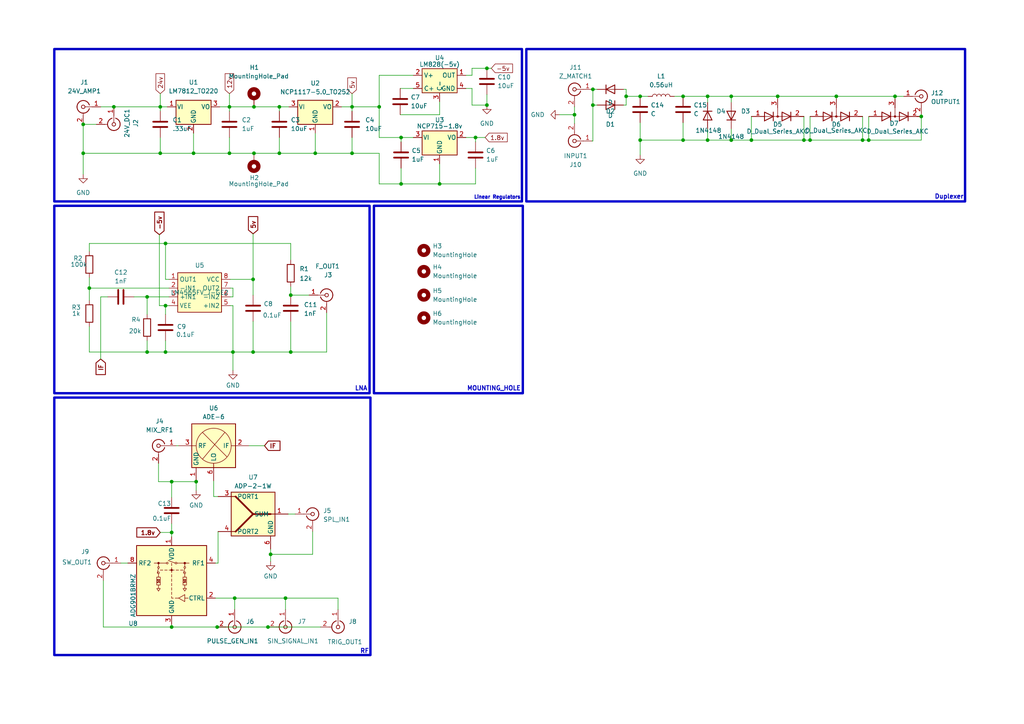
<source format=kicad_sch>
(kicad_sch (version 20230121) (generator eeschema)
  (paper "A4")
  (lib_symbols
    (symbol "Connector:Conn_Coaxial" (pin_names (offset 1.016) hide)
      (property "Reference" "J" (at 0.254 3.048 0))
      (property "Value" "Conn_Coaxial" (at 2.921 0 90))
      (symbol "Conn_Coaxial_0_1"
        (arc (start -1.778 -0.508) (mid 0.2311 -1.8066) (end 1.778 0) (stroke (width 0.254)))
        (polyline (pts (xy -2.54 0) (xy -0.508 0)))
        (polyline (pts (xy 0 -2.54) (xy 0 -1.778)))
        (circle (center 0 0) (radius 0.508) (stroke (width 0.2032)))
        (arc (start 1.778 0) (mid 0.2099 1.8101) (end -1.778 0.508) (stroke (width 0.254)))
      )
      (symbol "Conn_Coaxial_1_1"
        (pin passive line (at -5.08 0 0) (length 2.54) (name "In") (number "1"))
        (pin passive line (at 0 -5.08 90) (length 2.54) (name "Ext") (number "2"))
      )
    )
    (symbol "Device:C" (pin_numbers hide) (pin_names (offset 0.254))
      (property "Reference" "C" (at 0.635 2.54 0))
      (property "Value" "C" (at 0.635 -2.54 0))
      (symbol "C_0_1"
        (polyline (pts (xy -2.032 -0.762) (xy 2.032 -0.762)) (stroke (width 0.508)))
        (polyline (pts (xy -2.032 0.762) (xy 2.032 0.762)) (stroke (width 0.508)))
      )
      (symbol "C_1_1"
        (pin passive line (at 0 3.81 270) (length 2.794) (name "~") (number "1"))
        (pin passive line (at 0 -3.81 90) (length 2.794) (name "~") (number "2"))
      )
    )
    (symbol "Device:D" (pin_numbers hide) (pin_names (offset 1.016) hide)
      (property "Reference" "D" (at 0 2.54 0))
      (property "Value" "D" (at 0 -2.54 0))
      (symbol "D_0_1"
        (polyline (pts (xy -1.27 1.27) (xy -1.27 -1.27)) (stroke (width 0.254)))
        (polyline (pts (xy 1.27 0) (xy -1.27 0)))
        (polyline (pts (xy 1.27 1.27) (xy 1.27 -1.27) (xy -1.27 0) (xy 1.27 1.27)) (stroke (width 0.254)))
      )
      (symbol "D_1_1"
        (pin passive line (at -3.81 0 0) (length 2.54) (name "K") (number "1"))
        (pin passive line (at 3.81 0 180) (length 2.54) (name "A") (number "2"))
      )
    )
    (symbol "Device:D_Dual_Series_AKC" (pin_names (offset 0.762) hide)
      (property "Reference" "D" (at 1.27 -2.54 0))
      (property "Value" "D_Dual_Series_AKC" (at 0 2.54 0))
      (symbol "D_Dual_Series_AKC_0_1"
        (polyline (pts (xy -3.81 0) (xy 3.81 0)))
        (polyline (pts (xy 0 0) (xy 0 -2.54)))
        (polyline (pts (xy 6.35 0) (xy 7.62 0)))
        (polyline (pts (xy -1.27 -1.27) (xy -1.27 1.27) (xy -1.27 1.27)) (stroke (width 0.254)))
        (polyline (pts (xy 3.81 1.27) (xy 3.81 -1.27) (xy 3.81 -1.27)) (stroke (width 0.254)))
        (polyline (pts (xy -3.81 1.27) (xy -1.27 0) (xy -3.81 -1.27) (xy -3.81 1.27) (xy -3.81 1.27) (xy -3.81 1.27)) (stroke (width 0.254)))
        (polyline (pts (xy 1.27 1.27) (xy 3.81 0) (xy 1.27 -1.27) (xy 1.27 1.27) (xy 1.27 1.27) (xy 1.27 1.27)) (stroke (width 0.254)))
        (circle (center 0 0) (radius 0.254) (fill (type outline)))
        (pin passive line (at -7.62 0 0) (length 3.81) (name "A") (number "1"))
        (pin passive line (at 7.62 0 180) (length 3.81) (name "K") (number "2"))
        (pin passive line (at 0 -5.08 90) (length 2.54) (name "common") (number "3"))
      )
    )
    (symbol "Device:L" (pin_numbers hide) (pin_names (offset 1.016) hide)
      (property "Reference" "L" (at -1.27 0 90))
      (property "Value" "L" (at 1.905 0 90))
      (symbol "L_0_1"
        (arc (start 0 -2.54) (mid 0.6323 -1.905) (end 0 -1.27))
        (arc (start 0 -1.27) (mid 0.6323 -0.635) (end 0 0))
        (arc (start 0 0) (mid 0.6323 0.635) (end 0 1.27))
        (arc (start 0 1.27) (mid 0.6323 1.905) (end 0 2.54))
      )
      (symbol "L_1_1"
        (pin passive line (at 0 3.81 270) (length 1.27) (name "1") (number "1"))
        (pin passive line (at 0 -3.81 90) (length 1.27) (name "2") (number "2"))
      )
    )
    (symbol "Device:R" (pin_numbers hide) (pin_names (offset 0))
      (property "Reference" "R" (at 2.032 0 90))
      (property "Value" "R" (at 0 0 90))
      (symbol "R_0_1"
        (rectangle (start -1.016 -2.54) (end 1.016 2.54) (stroke (width 0.254)))
      )
      (symbol "R_1_1"
        (pin passive line (at 0 3.81 270) (length 1.27) (name "~") (number "1"))
        (pin passive line (at 0 -3.81 90) (length 1.27) (name "~") (number "2"))
      )
    )
    (symbol "Diode:1N4148" (pin_numbers hide) (pin_names hide)
      (property "Reference" "D" (at 0 2.54 0))
      (property "Value" "1N4148" (at 0 -2.54 0))
      (symbol "1N4148_0_1"
        (polyline (pts (xy -1.27 1.27) (xy -1.27 -1.27)) (stroke (width 0.254)))
        (polyline (pts (xy 1.27 0) (xy -1.27 0)))
        (polyline (pts (xy 1.27 1.27) (xy 1.27 -1.27) (xy -1.27 0) (xy 1.27 1.27)) (stroke (width 0.254)))
      )
      (symbol "1N4148_1_1"
        (pin passive line (at -3.81 0 0) (length 2.54) (name "K") (number "1"))
        (pin passive line (at 3.81 0 180) (length 2.54) (name "A") (number "2"))
      )
    )
    (symbol "Mechanical:MountingHole" (pin_names (offset 1.016))
      (property "Reference" "H" (at 0 5.08 0))
      (property "Value" "MountingHole" (at 0 3.175 0))
      (symbol "MountingHole_0_1"
        (circle (center 0 0) (radius 1.27) (stroke (width 1.27)))
      )
    )
    (symbol "Mechanical:MountingHole_Pad" (pin_numbers hide) (pin_names (offset 1.016) hide)
      (property "Reference" "H" (at 0 6.35 0))
      (property "Value" "MountingHole_Pad" (at 0 4.445 0))
      (symbol "MountingHole_Pad_0_1"
        (circle (center 0 1.27) (radius 1.27) (stroke (width 1.27)))
      )
      (symbol "MountingHole_Pad_1_1"
        (pin input line (at 0 -2.54 90) (length 2.54) (name "1") (number "1"))
      )
    )
    (symbol "NMR_symbols:LM4565FV_J-GE2"
      (property "Reference" "U" (at 0 7.62 0))
      (symbol "LM4565FV_J-GE2_1_1"
        (rectangle (start -6.35 5.715) (end 6.35 -5.715) (stroke (width 0.22)) (fill (type background)))
        (pin input line (at -8.89 3.81 0) (length 2.54) (name "OUT1") (number "1"))
        (pin input line (at -8.89 1.27 0) (length 2.54) (name "-IN1") (number "2"))
        (pin input line (at -8.89 -1.27 0) (length 2.54) (name "+IN1") (number "3"))
        (pin input line (at -8.89 -3.81 0) (length 2.54) (name "VEE") (number "4"))
        (pin input line (at 8.89 -3.81 180) (length 2.54) (name "+IN2") (number "5"))
        (pin input line (at 8.89 -1.27 180) (length 2.54) (name "-IN2") (number "6"))
        (pin input line (at 8.89 1.27 180) (length 2.54) (name "OUT2") (number "7"))
        (pin input line (at 8.89 3.81 180) (length 2.54) (name "VCC") (number "8"))
      )
    )
    (symbol "NMR_symbols:LM828"
      (property "Reference" "U" (at 0 3.175 0))
      (symbol "LM828_1_1"
        (rectangle (start -5.08 1.905) (end 5.08 -5.08) (stroke (width 0.22)) (fill (type background)))
        (pin input line (at 7.62 0 180) (length 2.54) (name "OUT") (number "1"))
        (pin input line (at -7.62 0 0) (length 2.54) (name "V+") (number "2"))
        (pin input line (at 0 -7.62 90) (length 2.54) (name "C-") (number "3"))
        (pin input line (at 7.62 -3.81 180) (length 2.54) (name "GND") (number "4"))
        (pin input line (at -7.62 -3.81 0) (length 2.54) (name "C+") (number "5"))
      )
    )
    (symbol "RF:ADP-2-1W"
      (property "Reference" "U" (at -6.35 7.62 0))
      (property "Value" "ADP-2-1W" (at 6.35 7.62 0))
      (symbol "ADP-2-1W_0_1"
        (rectangle (start -6.35 6.35) (end 6.35 -6.35) (stroke (width 0.254)) (fill (type background)))
        (polyline (pts (xy 0 0) (xy 5.08 -5.08)) (stroke (width 0.508)))
        (polyline (pts (xy -5.08 0) (xy 0 0) (xy 5.08 5.08)) (stroke (width 0.508)))
      )
      (symbol "ADP-2-1W_1_1"
        (pin passive line (at -10.16 0 0) (length 5.08) (name "SUM") (number "1"))
        (pin no_connect line (at 5.08 2.54 180) (length 5.08) hide (name "NC") (number "2"))
        (pin passive line (at 10.16 5.08 180) (length 5.08) (name "PORT1") (number "3"))
        (pin passive line (at 10.16 -5.08 180) (length 5.08) (name "PORT2") (number "4"))
        (pin no_connect line (at 5.08 -2.54 180) (length 5.08) hide (name "NC") (number "5"))
        (pin passive line (at -5.08 -10.16 90) (length 3.81) (name "GND") (number "6"))
      )
    )
    (symbol "RF_Mixer:ADE-6"
      (property "Reference" "U" (at -6.35 7.62 0))
      (property "Value" "ADE-6" (at 6.35 7.62 0))
      (symbol "ADE-6_0_1"
        (rectangle (start -6.35 6.35) (end 6.35 -6.35) (stroke (width 0.254)) (fill (type background)))
        (polyline (pts (xy -3.175 -3.81) (xy 3.175 3.81)))
        (polyline (pts (xy 3.81 -3.175) (xy -3.175 3.81)))
        (circle (center 0 0) (radius 5.08))
      )
      (symbol "ADE-6_1_1"
        (pin power_in line (at -5.08 -10.16 90) (length 3.81) (name "GND") (number "1"))
        (pin output line (at 10.16 0 180) (length 5.08) (name "IF") (number "2"))
        (pin input line (at -10.16 0 0) (length 5.08) (name "RF") (number "3"))
        (pin passive line (at -5.08 -10.16 90) (length 3.81) hide (name "GND") (number "4"))
        (pin passive line (at -5.08 -10.16 90) (length 3.81) hide (name "GND") (number "5"))
        (pin input line (at 0 -10.16 90) (length 5.08) (name "LO") (number "6"))
      )
    )
    (symbol "RF_Switch:ADG901BRMZ"
      (property "Reference" "U" (at -10.16 11.43 0))
      (property "Value" "ADG901BRMZ" (at 1.27 11.43 0))
      (symbol "ADG901BRMZ_0_0"
        (rectangle (start -10.16 10.16) (end 10.16 -10.16) (stroke (width 0.254)) (fill (type background)))
        (polyline (pts (xy -4.826 -5.08) (xy -3.81 -5.08)))
        (polyline (pts (xy -2.54 3.048) (xy -3.302 3.048)))
        (polyline (pts (xy -2.032 3.048) (xy -1.27 3.048)))
        (polyline (pts (xy -1.016 -5.08) (xy -2.032 -5.08)))
        (polyline (pts (xy 0 -3.302) (xy 0 -4.064)))
        (polyline (pts (xy 0 -2.032) (xy 0 -2.794)))
        (polyline (pts (xy 0 -0.762) (xy 0 -1.524)))
        (polyline (pts (xy 0 0.508) (xy 0 -0.254)))
        (polyline (pts (xy 0 1.778) (xy 0 1.016)))
        (polyline (pts (xy 0 3.048) (xy -0.762 3.048)))
        (polyline (pts (xy 0 3.048) (xy 0 2.286)))
        (polyline (pts (xy 0 3.048) (xy 0 3.81)))
        (polyline (pts (xy 0 3.048) (xy 0.762 3.048)))
        (polyline (pts (xy 0 4.318) (xy 0 5.08)))
        (polyline (pts (xy 1.27 3.048) (xy 2.032 3.048)))
        (polyline (pts (xy 2.54 3.048) (xy 3.302 3.048)))
        (polyline (pts (xy 0 -4.572) (xy 0 -5.08) (xy -0.508 -5.08)))
        (polyline (pts (xy -3.81 -4.064) (xy -3.81 -6.096) (xy -2.032 -5.08) (xy -3.81 -4.064)))
        (circle (center 0 3.048) (radius 0.254) (fill (type outline)))
        (text "50" (at -3.81 -0.127 900) (effects (font (size 0.635 0.635))))
        (text "50" (at 3.81 -0.127 900) (effects (font (size 0.635 0.635))))
      )
      (symbol "ADG901BRMZ_0_1"
        (rectangle (start -4.318 1.016) (end -3.302 -1.27))
        (circle (center -3.81 2.286) (radius 0.254))
        (circle (center -3.81 3.81) (radius 0.254))
        (circle (center -3.81 5.08) (radius 0.254) (fill (type outline)))
        (circle (center -1.27 5.08) (radius 0.254))
        (polyline (pts (xy -5.08 5.08) (xy -1.524 5.08)))
        (polyline (pts (xy -3.81 2.032) (xy -3.81 1.016)))
        (polyline (pts (xy -3.81 3.556) (xy -3.429 2.159)))
        (polyline (pts (xy -3.81 5.08) (xy -3.81 4.064)))
        (polyline (pts (xy -1.016 5.08) (xy 1.016 5.842)))
        (polyline (pts (xy 1.524 5.08) (xy 5.08 5.08)))
        (polyline (pts (xy 3.81 2.032) (xy 3.81 1.016)))
        (polyline (pts (xy 3.81 3.556) (xy 4.191 2.159)))
        (polyline (pts (xy 3.81 5.08) (xy 3.81 4.064)))
        (polyline (pts (xy -3.81 -1.27) (xy -3.81 -2.286) (xy -4.318 -2.286) (xy -3.81 -3.048) (xy -3.302 -2.286) (xy -3.81 -2.286)))
        (polyline (pts (xy 3.81 -1.27) (xy 3.81 -2.286) (xy 3.302 -2.286) (xy 3.81 -3.048) (xy 4.318 -2.286) (xy 3.81 -2.286)))
        (circle (center 1.27 5.08) (radius 0.254))
        (rectangle (start 3.302 1.016) (end 4.318 -1.27))
        (circle (center 3.81 2.286) (radius 0.254))
        (circle (center 3.81 3.81) (radius 0.254))
        (circle (center 3.81 5.08) (radius 0.254) (fill (type outline)))
      )
      (symbol "ADG901BRMZ_1_1"
        (pin power_in line (at 0 12.7 270) (length 2.54) (name "VDD") (number "1"))
        (pin input line (at -12.7 -5.08 0) (length 2.54) (name "CTRL") (number "2"))
        (pin power_in line (at 0 -12.7 90) (length 2.54) (name "GND") (number "3"))
        (pin passive line (at -12.7 5.08 0) (length 2.54) (name "RF1") (number "4"))
        (pin passive line (at 0 -12.7 90) (length 2.54) hide (name "GND") (number "5"))
        (pin passive line (at 0 -12.7 90) (length 2.54) hide (name "GND") (number "6"))
        (pin passive line (at 0 -12.7 90) (length 2.54) hide (name "GND") (number "7"))
        (pin passive line (at 12.7 5.08 180) (length 2.54) (name "RF2") (number "8"))
      )
    )
    (symbol "Regulator_Linear:LM7812_TO220" (pin_names (offset 0.254))
      (property "Reference" "U" (at -3.81 3.175 0))
      (property "Value" "LM7812_TO220" (at 0 3.175 0))
      (symbol "LM7812_TO220_0_1"
        (rectangle (start -5.08 1.905) (end 5.08 -5.08) (stroke (width 0.254)) (fill (type background)))
      )
      (symbol "LM7812_TO220_1_1"
        (pin power_in line (at -7.62 0 0) (length 2.54) (name "VI") (number "1"))
        (pin power_in line (at 0 -7.62 90) (length 2.54) (name "GND") (number "2"))
        (pin power_out line (at 7.62 0 180) (length 2.54) (name "VO") (number "3"))
      )
    )
    (symbol "Regulator_Linear:NCP1117-5.0_TO252" (pin_names (offset 0.254))
      (property "Reference" "U" (at -3.81 3.175 0))
      (property "Value" "NCP1117-5.0_TO252" (at 0 3.175 0))
      (symbol "NCP1117-5.0_TO252_0_1"
        (rectangle (start -5.08 1.905) (end 5.08 -5.08) (stroke (width 0.254)) (fill (type background)))
      )
      (symbol "NCP1117-5.0_TO252_1_1"
        (pin power_in line (at 0 -7.62 90) (length 2.54) (name "GND") (number "1"))
        (pin power_out line (at 7.62 0 180) (length 2.54) (name "VO") (number "2"))
        (pin power_in line (at -7.62 0 0) (length 2.54) (name "VI") (number "3"))
      )
    )
    (symbol "power:GND" (power) (pin_names (offset 0))
      (property "Value" "GND" (at 0 -3.81 0))
      (symbol "GND_0_1"
        (polyline (pts (xy 0 0) (xy 0 -1.27) (xy 1.27 -1.27) (xy 0 -2.54) (xy -1.27 -1.27) (xy 0 -1.27)))
      )
      (symbol "GND_1_1"
        (pin power_in line (at 0 0 270) (length 0) hide (name "GND") (number "1"))
      )
    )
  )
  (junction (at 33.02 30.988))
  (junction (at 141.224 30.48))
  (junction (at 24.13 44.45))
  (junction (at 102.108 30.988))
  (junction (at 56.896 139.7))
  (junction (at 67.564 102.108))
  (junction (at 242.57 27.94))
  (junction (at 91.44 44.45))
  (junction (at 102.108 44.45))
  (junction (at 137.922 39.878))
  (junction (at 185.674 27.94))
  (junction (at 166.624 33.274))
  (junction (at 46.482 30.988))
  (junction (at 49.784 154.432))
  (junction (at 24.13 36.068))
  (junction (at 251.968 40.64))
  (junction (at 42.672 102.108))
  (junction (at 25.908 83.566))
  (junction (at 46.482 44.45))
  (junction (at 49.784 139.7))
  (junction (at 212.09 27.94))
  (junction (at 48.006 88.646))
  (junction (at 267.208 33.782))
  (junction (at 116.332 39.878))
  (junction (at 185.674 40.64))
  (junction (at 84.328 102.108))
  (junction (at 78.486 160.782))
  (junction (at 212.09 40.64))
  (junction (at 66.548 30.988))
  (junction (at 259.588 27.94))
  (junction (at 205.232 40.64))
  (junction (at 198.12 40.64))
  (junction (at 48.006 70.612))
  (junction (at 48.006 102.108))
  (junction (at 198.12 27.94))
  (junction (at 250.19 40.64))
  (junction (at 62.992 181.864))
  (junction (at 233.172 40.64))
  (junction (at 141.224 19.812))
  (junction (at 217.932 40.64))
  (junction (at 127.508 53.34))
  (junction (at 82.804 173.482))
  (junction (at 181.61 27.94))
  (junction (at 77.724 181.864))
  (junction (at 225.552 27.94))
  (junction (at 205.232 27.94))
  (junction (at 81.026 30.988))
  (junction (at 171.958 30.48))
  (junction (at 68.072 173.482))
  (junction (at 42.672 86.106))
  (junction (at 116.332 53.34))
  (junction (at 66.548 44.45))
  (junction (at 84.328 85.598))
  (junction (at 109.982 30.988))
  (junction (at 171.958 25.908))
  (junction (at 73.66 44.45))
  (junction (at 56.134 44.45))
  (junction (at 81.026 44.45))
  (junction (at 73.406 102.108))
  (junction (at 234.95 40.64))
  (junction (at 49.784 181.864))
  (junction (at 73.66 30.988))
  (junction (at 73.406 81.026))
  (wire (pts (xy 66.548 27.178) (xy 66.548 30.988)))
  (wire (pts (xy 234.95 33.782) (xy 234.95 40.64)))
  (wire (pts (xy 29.972 181.864) (xy 49.784 181.864)))
  (wire (pts (xy 225.552 27.94) (xy 225.552 28.702)))
  (wire (pts (xy 61.976 144.018) (xy 63.246 144.018)))
  (wire (pts (xy 25.908 83.566) (xy 25.908 87.122)))
  (wire (pts (xy 31.242 86.106) (xy 29.21 86.106)))
  (wire (pts (xy 72.136 129.286) (xy 76.708 129.286)))
  (wire (pts (xy 137.922 39.878) (xy 137.922 41.148)))
  (wire (pts (xy 81.026 44.45) (xy 73.66 44.45)))
  (wire (pts (xy 25.908 102.108) (xy 42.672 102.108)))
  (wire (pts (xy 33.02 30.988) (xy 46.482 30.988)))
  (wire (pts (xy 109.982 53.34) (xy 116.332 53.34)))
  (wire (pts (xy 67.564 107.442) (xy 67.564 102.108)))
  (wire (pts (xy 73.406 85.598) (xy 73.406 81.026)))
  (wire (pts (xy 38.862 86.106) (xy 42.672 86.106)))
  (wire (pts (xy 195.58 27.94) (xy 198.12 27.94)))
  (wire (pts (xy 46.482 30.988) (xy 46.482 32.258)))
  (wire (pts (xy 233.172 33.782) (xy 233.172 40.64)))
  (wire (pts (xy 56.896 139.446) (xy 56.896 139.7)))
  (wire (pts (xy 181.61 27.94) (xy 181.61 25.908)))
  (wire (pts (xy 116.332 53.34) (xy 127.508 53.34)))
  (wire (pts (xy 66.548 44.45) (xy 73.66 44.45)))
  (wire (pts (xy 198.12 40.64) (xy 205.232 40.64)))
  (wire (pts (xy 81.026 30.988) (xy 81.026 32.258)))
  (wire (pts (xy 135.128 39.878) (xy 137.922 39.878)))
  (wire (pts (xy 24.13 36.068) (xy 24.13 44.45)))
  (wire (pts (xy 73.66 30.988) (xy 81.026 30.988)))
  (wire (pts (xy 82.804 176.784) (xy 82.804 173.482)))
  (wire (pts (xy 171.958 30.48) (xy 173.228 30.48)))
  (wire (pts (xy 63.754 30.988) (xy 66.548 30.988)))
  (wire (pts (xy 84.328 83.058) (xy 84.328 85.598)))
  (wire (pts (xy 102.108 30.988) (xy 109.982 30.988)))
  (wire (pts (xy 171.704 40.894) (xy 171.958 40.894)))
  (wire (pts (xy 181.61 30.48) (xy 181.61 27.94)))
  (wire (pts (xy 29.972 168.402) (xy 29.972 181.864)))
  (wire (pts (xy 90.678 160.782) (xy 78.486 160.782)))
  (wire (pts (xy 35.052 163.322) (xy 37.084 163.322)))
  (wire (pts (xy 205.232 27.94) (xy 212.09 27.94)))
  (wire (pts (xy 25.908 72.898) (xy 25.908 70.612)))
  (wire (pts (xy 83.566 149.098) (xy 85.598 149.098)))
  (wire (pts (xy 62.992 181.864) (xy 77.724 181.864)))
  (wire (pts (xy 90.678 154.178) (xy 90.678 160.782)))
  (wire (pts (xy 116.078 33.274) (xy 127.508 33.274)))
  (wire (pts (xy 102.108 44.45) (xy 91.44 44.45)))
  (wire (pts (xy 217.932 33.782) (xy 217.932 40.64)))
  (wire (pts (xy 242.57 27.94) (xy 259.588 27.94)))
  (wire (pts (xy 48.006 88.646) (xy 48.006 91.186)))
  (wire (pts (xy 25.908 94.742) (xy 25.908 102.108)))
  (wire (pts (xy 29.21 86.106) (xy 29.21 104.14)))
  (wire (pts (xy 136.906 21.844) (xy 136.906 19.812)))
  (wire (pts (xy 109.982 21.844) (xy 109.982 30.988)))
  (wire (pts (xy 62.484 163.322) (xy 63.246 163.322)))
  (wire (pts (xy 205.232 37.338) (xy 205.232 40.64)))
  (wire (pts (xy 171.958 40.894) (xy 171.958 30.48)))
  (wire (pts (xy 25.908 80.518) (xy 25.908 83.566)))
  (wire (pts (xy 185.674 40.64) (xy 198.12 40.64)))
  (wire (pts (xy 136.906 19.812) (xy 141.224 19.812)))
  (wire (pts (xy 102.108 27.178) (xy 102.108 30.988)))
  (wire (pts (xy 77.724 181.864) (xy 92.964 181.864)))
  (wire (pts (xy 251.968 33.782) (xy 251.968 40.64)))
  (wire (pts (xy 45.974 134.366) (xy 45.974 139.7)))
  (wire (pts (xy 91.44 44.45) (xy 81.026 44.45)))
  (wire (pts (xy 259.588 27.94) (xy 259.588 28.702)))
  (wire (pts (xy 234.95 40.64) (xy 250.19 40.64)))
  (wire (pts (xy 27.94 36.068) (xy 24.13 36.068)))
  (wire (pts (xy 185.674 35.56) (xy 185.674 40.64)))
  (wire (pts (xy 171.704 25.908) (xy 171.958 25.908)))
  (wire (pts (xy 84.328 85.598) (xy 89.662 85.598)))
  (wire (pts (xy 135.128 21.844) (xy 136.906 21.844)))
  (wire (pts (xy 205.232 40.64) (xy 212.09 40.64)))
  (wire (pts (xy 250.19 33.782) (xy 250.19 40.64)))
  (wire (pts (xy 56.896 139.7) (xy 56.896 142.24)))
  (wire (pts (xy 81.026 30.988) (xy 83.82 30.988)))
  (wire (pts (xy 61.976 139.446) (xy 61.976 144.018)))
  (wire (pts (xy 49.784 151.892) (xy 49.784 154.432)))
  (wire (pts (xy 33.02 30.988) (xy 29.21 30.988)))
  (wire (pts (xy 45.974 139.7) (xy 49.784 139.7)))
  (wire (pts (xy 73.406 67.818) (xy 73.406 81.026)))
  (wire (pts (xy 66.548 30.988) (xy 73.66 30.988)))
  (wire (pts (xy 48.006 88.646) (xy 49.022 88.646)))
  (wire (pts (xy 25.908 83.566) (xy 49.022 83.566)))
  (wire (pts (xy 78.486 160.782) (xy 78.486 162.814)))
  (wire (pts (xy 185.674 40.64) (xy 185.674 44.958)))
  (wire (pts (xy 66.548 44.45) (xy 56.134 44.45)))
  (wire (pts (xy 42.672 98.806) (xy 42.672 102.108)))
  (wire (pts (xy 49.784 181.864) (xy 62.992 181.864)))
  (wire (pts (xy 42.672 102.108) (xy 48.006 102.108)))
  (wire (pts (xy 49.784 181.102) (xy 49.784 181.864)))
  (wire (pts (xy 102.108 30.988) (xy 102.108 32.258)))
  (wire (pts (xy 180.848 25.908) (xy 181.61 25.908)))
  (wire (pts (xy 116.078 25.654) (xy 119.888 25.654)))
  (wire (pts (xy 185.674 27.94) (xy 187.96 27.94)))
  (wire (pts (xy 212.09 29.718) (xy 212.09 27.94)))
  (wire (pts (xy 63.246 163.322) (xy 63.246 154.178)))
  (wire (pts (xy 24.13 44.45) (xy 24.13 50.546)))
  (wire (pts (xy 66.802 81.026) (xy 73.406 81.026)))
  (wire (pts (xy 56.134 38.608) (xy 56.134 44.45)))
  (wire (pts (xy 51.054 129.286) (xy 51.816 129.286)))
  (wire (pts (xy 212.09 27.94) (xy 225.552 27.94)))
  (wire (pts (xy 137.922 53.34) (xy 127.508 53.34)))
  (wire (pts (xy 46.482 27.178) (xy 46.482 30.988)))
  (wire (pts (xy 73.406 102.108) (xy 84.328 102.108)))
  (wire (pts (xy 78.486 159.258) (xy 78.486 160.782)))
  (wire (pts (xy 42.672 86.106) (xy 42.672 91.186)))
  (wire (pts (xy 48.006 102.108) (xy 67.564 102.108)))
  (wire (pts (xy 137.922 39.878) (xy 140.716 39.878)))
  (wire (pts (xy 46.482 30.988) (xy 48.514 30.988)))
  (wire (pts (xy 98.044 173.482) (xy 82.804 173.482)))
  (wire (pts (xy 48.006 81.026) (xy 48.006 70.612)))
  (wire (pts (xy 49.784 139.7) (xy 49.784 144.272)))
  (wire (pts (xy 141.224 19.812) (xy 142.494 19.812)))
  (wire (pts (xy 212.09 37.338) (xy 212.09 40.64)))
  (wire (pts (xy 24.13 44.45) (xy 46.482 44.45)))
  (wire (pts (xy 198.12 27.94) (xy 205.232 27.94)))
  (wire (pts (xy 137.922 48.768) (xy 137.922 53.34)))
  (wire (pts (xy 171.958 30.48) (xy 171.958 25.908)))
  (wire (pts (xy 46.482 39.878) (xy 46.482 44.45)))
  (wire (pts (xy 198.12 35.56) (xy 198.12 40.64)))
  (wire (pts (xy 67.564 86.106) (xy 66.802 86.106)))
  (wire (pts (xy 217.932 40.64) (xy 233.172 40.64)))
  (wire (pts (xy 233.172 40.64) (xy 234.95 40.64)))
  (wire (pts (xy 136.906 30.48) (xy 141.224 30.48)))
  (wire (pts (xy 116.332 39.878) (xy 116.332 41.148)))
  (wire (pts (xy 267.208 33.02) (xy 267.208 33.782)))
  (wire (pts (xy 212.09 40.64) (xy 217.932 40.64)))
  (wire (pts (xy 48.006 70.612) (xy 84.328 70.612)))
  (wire (pts (xy 116.332 39.878) (xy 119.888 39.878)))
  (wire (pts (xy 91.44 38.608) (xy 91.44 44.45)))
  (wire (pts (xy 49.784 154.432) (xy 49.784 155.702)))
  (wire (pts (xy 109.982 39.878) (xy 116.332 39.878)))
  (wire (pts (xy 136.906 25.654) (xy 136.906 30.48)))
  (wire (pts (xy 135.128 25.654) (xy 136.906 25.654)))
  (wire (pts (xy 25.908 70.612) (xy 48.006 70.612)))
  (wire (pts (xy 98.044 176.784) (xy 98.044 173.482)))
  (wire (pts (xy 42.672 86.106) (xy 49.022 86.106)))
  (wire (pts (xy 84.328 93.218) (xy 84.328 102.108)))
  (wire (pts (xy 66.548 30.988) (xy 66.548 32.258)))
  (wire (pts (xy 109.982 30.988) (xy 109.982 39.878)))
  (wire (pts (xy 84.328 102.108) (xy 94.742 102.108)))
  (wire (pts (xy 116.332 48.768) (xy 116.332 53.34)))
  (wire (pts (xy 242.57 27.94) (xy 242.57 28.702)))
  (wire (pts (xy 205.232 29.718) (xy 205.232 27.94)))
  (wire (pts (xy 84.328 70.612) (xy 84.328 75.438)))
  (wire (pts (xy 46.228 88.646) (xy 48.006 88.646)))
  (wire (pts (xy 81.026 39.878) (xy 81.026 44.45)))
  (wire (pts (xy 68.072 173.482) (xy 68.072 176.784)))
  (wire (pts (xy 49.784 139.7) (xy 56.896 139.7)))
  (wire (pts (xy 46.228 68.072) (xy 46.228 88.646)))
  (wire (pts (xy 267.208 33.782) (xy 267.208 40.64)))
  (wire (pts (xy 251.968 40.64) (xy 267.208 40.64)))
  (wire (pts (xy 141.224 27.432) (xy 141.224 30.48)))
  (wire (pts (xy 225.552 27.94) (xy 242.57 27.94)))
  (wire (pts (xy 166.624 33.274) (xy 166.624 35.814)))
  (wire (pts (xy 73.406 93.218) (xy 73.406 102.108)))
  (wire (pts (xy 66.802 88.646) (xy 67.564 88.646)))
  (wire (pts (xy 171.958 25.908) (xy 173.228 25.908)))
  (wire (pts (xy 66.548 39.878) (xy 66.548 44.45)))
  (wire (pts (xy 180.848 30.48) (xy 181.61 30.48)))
  (wire (pts (xy 46.482 44.45) (xy 56.134 44.45)))
  (wire (pts (xy 82.804 173.482) (xy 68.072 173.482)))
  (wire (pts (xy 259.588 27.94) (xy 262.128 27.94)))
  (wire (pts (xy 166.624 30.988) (xy 166.624 33.274)))
  (wire (pts (xy 66.802 83.566) (xy 67.564 83.566)))
  (wire (pts (xy 99.06 30.988) (xy 102.108 30.988)))
  (wire (pts (xy 67.564 88.646) (xy 67.564 102.108)))
  (wire (pts (xy 250.19 40.64) (xy 251.968 40.64)))
  (wire (pts (xy 109.982 44.45) (xy 109.982 53.34)))
  (wire (pts (xy 102.108 44.45) (xy 109.982 44.45)))
  (wire (pts (xy 181.61 27.94) (xy 185.674 27.94)))
  (wire (pts (xy 109.982 21.844) (xy 119.888 21.844)))
  (wire (pts (xy 67.564 83.566) (xy 67.564 86.106)))
  (wire (pts (xy 46.482 154.432) (xy 49.784 154.432)))
  (wire (pts (xy 102.108 39.878) (xy 102.108 44.45)))
  (wire (pts (xy 73.406 102.108) (xy 67.564 102.108)))
  (wire (pts (xy 94.742 90.678) (xy 94.742 102.108)))
  (wire (pts (xy 127.508 33.274) (xy 127.508 29.464)))
  (wire (pts (xy 49.022 81.026) (xy 48.006 81.026)))
  (wire (pts (xy 48.006 98.806) (xy 48.006 102.108)))
  (wire (pts (xy 62.484 173.482) (xy 68.072 173.482)))
  (wire (pts (xy 162.306 33.274) (xy 166.624 33.274)))
  (wire (pts (xy 127.508 47.498) (xy 127.508 53.34)))
  (rectangle (start 15.748 115.316) (end 107.442 189.992) (stroke (width 0.6899)))
  (rectangle (start 15.748 59.69) (end 107.188 114.046) (stroke (width 0.6899)))
  (rectangle (start 15.748 14.224) (end 151.384 58.42) (stroke (width 0.6899)))
  (rectangle (start 108.458 59.69) (end 151.638 114.046) (stroke (width 0.6899)))
  (rectangle (start 152.654 14.224) (end 279.908 58.42) (stroke (width 0.6899)))
  (text "RF" (at 104.394 189.738 0) (effects (font (size 1.27 1.27) bold) (justify left bottom)))
  (text "Linear Regulators" (at 137.414 57.912 0) (effects (font (size 1 1) (thickness 0.254) bold) (justify left bottom)))
  (text "MOUNTING_HOLE" (at 135.382 113.538 0) (effects (font (size 1.27 1.27) (thickness 0.254) bold) (justify left bottom)))
  (text "Duplexer" (at 271.018 57.912 0) (effects (font (size 1.27 1.27) bold) (justify left bottom)))
  (text "LNA" (at 102.87 113.538 0) (effects (font (size 1.27 1.27) (thickness 0.254) bold) (justify left bottom)))
  (global_label "24v" (shape input) (at 46.482 27.178 90) (property "Intersheetrefs" "${INTERSHEET_REFS}" (effects hide)))
  (global_label "IF" (shape input) (at 29.21 104.14 270) (effects (font bold)) (property "Intersheetrefs" "${INTERSHEET_REFS}" (effects hide)))
  (global_label "12v" (shape input) (at 66.548 27.178 90) (property "Intersheetrefs" "${INTERSHEET_REFS}" (effects hide)))
  (global_label "-5v" (shape input) (at 46.228 68.072 90) (effects (font bold)) (property "Intersheetrefs" "${INTERSHEET_REFS}" (effects hide)))
  (global_label "5v" (shape input) (at 102.108 27.178 90) (property "Intersheetrefs" "${INTERSHEET_REFS}" (effects hide)))
  (global_label "IF" (shape input) (at 76.708 129.286 0) (effects (font bold)) (property "Intersheetrefs" "${INTERSHEET_REFS}" (effects hide)))
  (global_label "1.8v" (shape input) (at 140.716 39.878 0) (property "Intersheetrefs" "${INTERSHEET_REFS}" (effects hide)))
  (global_label "5v" (shape input) (at 73.406 67.818 90) (effects (font bold)) (property "Intersheetrefs" "${INTERSHEET_REFS}" (effects hide)))
  (global_label "-5v" (shape input) (at 142.494 19.812 0) (property "Intersheetrefs" "${INTERSHEET_REFS}" (effects hide)))
  (global_label "1.8v" (shape input) (at 46.482 154.432 180) (effects (font bold)) (property "Intersheetrefs" "${INTERSHEET_REFS}" (effects hide)))
  (symbol (lib_id "Device:D_Dual_Series_AKC") (at 225.552 33.782 0) (mirror x) (unit 1)
    (property "Reference" "D5" (at 225.552 36.068 0))
    (property "Value" "D_Dual_Series_AKC" (at 225.552 38.1 0))
    (property "Footprint" "Package_TO_SOT_SMD:TSOT-23_HandSoldering" (effects hide))
  )
  (symbol (lib_id "Device:D") (at 177.038 25.908 0) (unit 1)
    (property "Reference" "D2" (at 177.038 32.258 0))
    (property "Value" "D" (at 177.038 29.718 0))
    (property "Footprint" "Diode_THT:D_DO-35_SOD27_P7.62mm_Horizontal" (effects hide))
    (property "Sim.Device" "D" (effects hide))
    (property "Sim.Pins" "1=K 2=A" (effects hide))
  )
  (symbol (lib_id "Device:C") (at 46.482 36.068 0) (unit 1)
    (property "Reference" "C1" (at 50.038 34.798 0) (effects (justify left)))
    (property "Value" ".33uF" (at 50.038 37.338 0) (effects (justify left)))
    (property "Footprint" "Capacitor_SMD:C_1206_3216Metric" (effects hide))
  )
  (symbol (lib_id "Mechanical:MountingHole") (at 122.936 92.202 0) (unit 1)
    (property "Reference" "H6" (at 125.476 90.932 0) (effects (justify left)))
    (property "Value" "MountingHole" (at 125.476 93.472 0) (effects (justify left)))
    (property "Footprint" "MountingHole:MountingHole_3.2mm_M3" (effects hide))
  )
  (symbol (lib_id "Device:C") (at 48.006 94.996 0) (unit 1)
    (property "Reference" "C9" (at 51.308 94.742 0) (effects (justify left)))
    (property "Value" "0.1uF" (at 51.054 97.028 0) (effects (justify left)))
    (property "Footprint" "Capacitor_SMD:C_1206_3216Metric" (effects hide))
  )
  (symbol (lib_id "Mechanical:MountingHole") (at 122.936 72.644 0) (unit 1)
    (property "Reference" "H3" (at 125.476 71.374 0) (effects (justify left)))
    (property "Value" "MountingHole" (at 125.476 73.914 0) (effects (justify left)))
    (property "Footprint" "MountingHole:MountingHole_3.2mm_M3" (effects hide))
  )
  (symbol (lib_id "Connector:Conn_Coaxial") (at 33.02 36.068 270) (unit 1)
    (property "Reference" "J2" (at 39.37 35.7506 0))
    (property "Value" "24V_DC1" (at 36.83 35.7506 0))
    (property "Footprint" "Connector_Coaxial:SMA_Samtec_SMA-J-P-X-ST-EM1_EdgeMount" (effects hide))
    (property "Datasheet" " ~" (effects hide))
  )
  (symbol (lib_id "Regulator_Linear:NCP1117-5.0_TO252") (at 127.508 39.878 0) (unit 1)
    (property "Reference" "U3" (at 127.508 34.798 0))
    (property "Value" "NCP715-1.8v" (at 127.508 36.576 0))
    (property "Footprint" "Package_TO_SOT_SMD:SOT-353_SC-70-5" (effects hide))
    (property "Datasheet" "https://www.mouser.com/datasheet/2/308/1/NCP715_D-2317162.pdf" (effects hide))
  )
  (symbol (lib_id "RF_Switch:ADG901BRMZ") (at 49.784 168.402 0) (mirror y) (unit 1)
    (property "Reference" "U8" (at 38.608 180.848 0))
    (property "Value" "ADG901BRMZ" (at 38.608 172.72 90))
    (property "Footprint" "Package_SO:MSOP-8_3x3mm_P0.65mm" (effects hide))
    (property "Datasheet" "https://www.analog.com/media/en/technical-documentation/data-sheets/ADG901_902.pdf" (effects hide))
  )
  (symbol (lib_id "Device:C") (at 84.328 89.408 0) (unit 1)
    (property "Reference" "C11" (at 88.138 88.392 0) (effects (justify left)))
    (property "Value" "1nF" (at 88.138 90.932 0) (effects (justify left)))
    (property "Footprint" "Capacitor_SMD:C_1206_3216Metric" (effects hide))
  )
  (symbol (lib_id "Device:R") (at 42.672 94.996 0) (unit 1)
    (property "Reference" "R4" (at 38.1 92.71 0) (effects (justify left)))
    (property "Value" "20k" (at 37.338 96.012 0) (effects (justify left)))
    (property "Footprint" "Resistor_SMD:R_1206_3216Metric" (effects hide))
  )
  (symbol (lib_id "Diode:1N4148") (at 205.232 33.528 270) (unit 1)
    (property "Reference" "D4" (at 207.772 32.258 90) (effects (justify left)))
    (property "Value" "1N4148" (at 201.676 37.846 90) (effects (justify left)))
    (property "Footprint" "Diode_THT:D_DO-35_SOD27_P7.62mm_Horizontal" (effects hide))
    (property "Datasheet" "https://assets.nexperia.com/documents/data-sheet/1N4148_1N4448.pdf" (effects hide))
    (property "Sim.Device" "D" (effects hide))
    (property "Sim.Pins" "1=K 2=A" (effects hide))
  )
  (symbol (lib_id "Device:D") (at 177.038 30.48 180) (unit 1)
    (property "Reference" "D1" (at 177.038 36.068 0))
    (property "Value" "D" (at 177.038 33.528 0))
    (property "Footprint" "Diode_THT:D_DO-35_SOD27_P7.62mm_Horizontal" (effects hide))
    (property "Sim.Device" "D" (effects hide))
    (property "Sim.Pins" "1=K 2=A" (effects hide))
  )
  (symbol (lib_id "Device:C") (at 141.224 23.622 0) (unit 1)
    (property "Reference" "C10" (at 144.272 22.352 0) (effects (justify left)))
    (property "Value" "10uF" (at 144.272 24.892 0) (effects (justify left)))
    (property "Footprint" "Capacitor_SMD:C_1206_3216Metric" (effects hide))
  )
  (symbol (lib_id "power:GND") (at 24.13 50.546 0) (unit 1)
    (property "Reference" "#PWR01" (effects hide))
    (property "Value" "GND" (at 24.13 55.88 0))
  )
  (symbol (lib_id "Device:R") (at 25.908 76.708 180) (unit 1)
    (property "Reference" "R2" (at 22.606 74.93 0))
    (property "Value" "100k" (at 22.86 76.708 0))
    (property "Footprint" "Resistor_SMD:R_1206_3216Metric" (effects hide))
  )
  (symbol (lib_id "power:GND") (at 56.896 142.24 0) (unit 1)
    (property "Reference" "#PWR04" (effects hide))
    (property "Value" "GND" (at 56.896 146.558 0))
  )
  (symbol (lib_id "NMR_symbols:LM4565FV_J-GE2") (at 57.912 84.836 0) (unit 1)
    (property "Reference" "U5" (at 57.912 76.962 0))
    (property "Value" "LM4565FV_J-GE2" (at 57.912 84.836 0))
    (property "Footprint" "Package_SO:TSSOP-8_4.4x3mm_P0.65mm" (effects hide))
  )
  (symbol (lib_id "Device:L") (at 191.77 27.94 90) (unit 1)
    (property "Reference" "L1" (at 191.77 22.098 90))
    (property "Value" "0.56uH" (at 191.77 24.638 90))
    (property "Footprint" "Inductor_THT:L_Axial_L5.3mm_D2.2mm_P7.62mm_Horizontal_Vishay_IM-1" (effects hide))
  )
  (symbol (lib_id "Device:C") (at 81.026 36.068 0) (unit 1)
    (property "Reference" "C3" (at 84.328 34.798 0) (effects (justify left)))
    (property "Value" "10uF" (at 84.328 37.338 0) (effects (justify left)))
    (property "Footprint" "Capacitor_SMD:C_1206_3216Metric" (effects hide))
  )
  (symbol (lib_id "Mechanical:MountingHole_Pad") (at 73.66 46.99 180) (unit 1)
    (property "Reference" "H2" (at 72.39 51.562 0) (effects (justify right)))
    (property "Value" "MountingHole_Pad" (at 66.294 53.34 0) (effects (justify right)))
    (property "Footprint" "Connector_Pin:Pin_D1.0mm_L10.0mm" (effects hide))
  )
  (symbol (lib_id "Device:C") (at 49.784 148.082 0) (unit 1)
    (property "Reference" "C13" (at 45.72 146.05 0) (effects (justify left)))
    (property "Value" "0.1uF" (at 44.196 150.368 0) (effects (justify left)))
    (property "Footprint" "Capacitor_SMD:C_1206_3216Metric" (effects hide))
  )
  (symbol (lib_id "Mechanical:MountingHole") (at 122.936 85.598 0) (unit 1)
    (property "Reference" "H5" (at 125.476 84.328 0) (effects (justify left)))
    (property "Value" "MountingHole" (at 125.476 86.868 0) (effects (justify left)))
    (property "Footprint" "MountingHole:MountingHole_3.2mm_M3" (effects hide))
  )
  (symbol (lib_id "Connector:Conn_Coaxial") (at 24.13 30.988 0) (mirror y) (unit 1)
    (property "Reference" "J1" (at 24.4474 23.876 0))
    (property "Value" "24V_AMP1" (at 24.4474 26.416 0))
    (property "Footprint" "Connector_Coaxial:SMA_Samtec_SMA-J-P-X-ST-EM1_EdgeMount" (effects hide))
    (property "Datasheet" " ~" (effects hide))
  )
  (symbol (lib_id "Device:R") (at 25.908 90.932 180) (unit 1)
    (property "Reference" "R3" (at 22.098 89.154 0))
    (property "Value" "1k" (at 22.098 90.932 0))
    (property "Footprint" "Resistor_SMD:R_1206_3216Metric" (effects hide))
  )
  (symbol (lib_id "Connector:Conn_Coaxial") (at 68.072 181.864 270) (unit 1)
    (property "Reference" "J6" (at 71.374 180.2765 90) (effects (justify left)))
    (property "Value" "PULSE_GEN_IN1" (at 59.944 185.928 90) (effects (justify left)))
    (property "Footprint" "Connector_Coaxial:SMA_Samtec_SMA-J-P-X-ST-EM1_EdgeMount" (effects hide))
    (property "Datasheet" " ~" (effects hide))
  )
  (symbol (lib_id "Connector:Conn_Coaxial") (at 166.624 25.908 0) (mirror y) (unit 1)
    (property "Reference" "J11" (at 166.9414 19.558 0))
    (property "Value" "Z_MATCH1" (at 166.9414 22.098 0))
    (property "Footprint" "Connector_Coaxial:SMA_Samtec_SMA-J-P-X-ST-EM1_EdgeMount" (effects hide))
    (property "Datasheet" " ~" (effects hide))
  )
  (symbol (lib_id "Connector:Conn_Coaxial") (at 45.974 129.286 0) (mirror y) (unit 1)
    (property "Reference" "J4" (at 46.2914 122.174 0))
    (property "Value" "MIX_RF1" (at 46.2914 124.714 0))
    (property "Footprint" "Connector_Coaxial:SMA_Samtec_SMA-J-P-X-ST-EM1_EdgeMount" (effects hide))
    (property "Datasheet" " ~" (effects hide))
  )
  (symbol (lib_id "Device:C") (at 185.674 31.75 0) (unit 1)
    (property "Reference" "C14" (at 188.722 30.48 0) (effects (justify left)))
    (property "Value" "C" (at 188.722 33.02 0) (effects (justify left)))
    (property "Footprint" "Capacitor_SMD:C_1210_3225Metric" (effects hide))
  )
  (symbol (lib_id "Device:C") (at 116.332 44.958 0) (unit 1)
    (property "Reference" "C5" (at 119.38 43.688 0) (effects (justify left)))
    (property "Value" "1uF" (at 119.38 46.228 0) (effects (justify left)))
    (property "Footprint" "Capacitor_SMD:C_1206_3216Metric" (effects hide))
  )
  (symbol (lib_id "Connector:Conn_Coaxial") (at 98.044 181.864 270) (unit 1)
    (property "Reference" "J8" (at 101.092 180.2765 90) (effects (justify left)))
    (property "Value" "TRIG_OUT1" (at 94.996 186.182 90) (effects (justify left)))
    (property "Footprint" "Connector_Coaxial:SMA_Samtec_SMA-J-P-X-ST-EM1_EdgeMount" (effects hide))
    (property "Datasheet" " ~" (effects hide))
  )
  (symbol (lib_id "RF_Mixer:ADE-6") (at 61.976 129.286 0) (unit 1)
    (property "Reference" "U6" (at 61.976 118.364 0))
    (property "Value" "ADE-6" (at 61.976 120.904 0))
    (property "Footprint" "RF_Mini-Circuits:Mini-Circuits_CD542_LandPatternPL-052" (effects hide))
    (property "Datasheet" "https://www.minicircuits.com/pdfs/ADE-6.pdf" (effects hide))
  )
  (symbol (lib_id "RF:ADP-2-1W") (at 73.406 149.098 0) (mirror y) (unit 1)
    (property "Reference" "U7" (at 73.406 138.43 0))
    (property "Value" "ADP-2-1W" (at 73.406 140.97 0))
    (property "Footprint" "RF_Mini-Circuits:Mini-Circuits_CD636_LandPatternPL-035" (effects hide))
    (property "Datasheet" "https://www.minicircuits.com/pdfs/ADP-2-1W.pdf" (effects hide))
  )
  (symbol (lib_id "Regulator_Linear:NCP1117-5.0_TO252") (at 91.44 30.988 0) (unit 1)
    (property "Reference" "U2" (at 91.44 24.13 0))
    (property "Value" "NCP1117-5.0_TO252" (at 91.44 26.67 0))
    (property "Footprint" "Package_TO_SOT_SMD:TO-252-2" (effects hide))
    (property "Datasheet" "http://www.onsemi.com/pub_link/Collateral/NCP1117-D.PDF" (effects hide))
  )
  (symbol (lib_id "Device:C") (at 66.548 36.068 0) (unit 1)
    (property "Reference" "C2" (at 70.104 34.798 0) (effects (justify left)))
    (property "Value" "1uF" (at 70.104 37.338 0) (effects (justify left)))
    (property "Footprint" "Capacitor_SMD:C_1206_3216Metric" (effects hide))
  )
  (symbol (lib_id "Device:C") (at 73.406 89.408 0) (unit 1)
    (property "Reference" "C8" (at 76.454 88.138 0) (effects (justify left)))
    (property "Value" "0.1uF" (at 76.2 91.44 0) (effects (justify left)))
    (property "Footprint" "Capacitor_SMD:C_1206_3216Metric" (effects hide))
  )
  (symbol (lib_id "Diode:1N4148") (at 212.09 33.528 90) (unit 1)
    (property "Reference" "D3" (at 214.884 32.258 90) (effects (justify right)))
    (property "Value" "1N4148" (at 208.28 39.624 90) (effects (justify right)))
    (property "Footprint" "Diode_THT:D_DO-35_SOD27_P7.62mm_Horizontal" (effects hide))
    (property "Datasheet" "https://assets.nexperia.com/documents/data-sheet/1N4148_1N4448.pdf" (effects hide))
    (property "Sim.Device" "D" (effects hide))
    (property "Sim.Pins" "1=K 2=A" (effects hide))
  )
  (symbol (lib_id "Device:R") (at 84.328 79.248 0) (unit 1)
    (property "Reference" "R1" (at 86.868 77.978 0) (effects (justify left)))
    (property "Value" "12k" (at 86.868 80.772 0) (effects (justify left)))
    (property "Footprint" "Resistor_SMD:R_1206_3216Metric" (effects hide))
  )
  (symbol (lib_id "power:GND") (at 162.306 33.274 270) (unit 1)
    (property "Reference" "#PWR06" (effects hide))
    (property "Value" "GND" (at 157.988 33.274 90) (effects (justify right)))
  )
  (symbol (lib_id "Device:D_Dual_Series_AKC") (at 242.57 33.782 0) (mirror x) (unit 1)
    (property "Reference" "D6" (at 242.57 36.068 0))
    (property "Value" "D_Dual_Series_AKC" (at 242.57 37.846 0))
    (property "Footprint" "Package_TO_SOT_SMD:TSOT-23_HandSoldering" (effects hide))
  )
  (symbol (lib_id "power:GND") (at 141.224 30.48 0) (unit 1)
    (property "Reference" "#PWR02" (effects hide))
    (property "Value" "GND" (at 141.224 35.814 0))
  )
  (symbol (lib_id "Connector:Conn_Coaxial") (at 166.624 40.894 180) (unit 1)
    (property "Reference" "J10" (at 166.9414 47.752 0))
    (property "Value" "INPUT1" (at 166.9414 45.212 0))
    (property "Footprint" "Connector_Coaxial:SMA_Samtec_SMA-J-P-X-ST-EM1_EdgeMount" (effects hide))
    (property "Datasheet" " ~" (effects hide))
  )
  (symbol (lib_id "Connector:Conn_Coaxial") (at 82.804 181.864 270) (unit 1)
    (property "Reference" "J7" (at 86.36 180.2765 90) (effects (justify left)))
    (property "Value" "SIN_SIGNAL_IN1" (at 77.47 185.928 90) (effects (justify left)))
    (property "Footprint" "Connector_Coaxial:SMA_Samtec_SMA-J-P-X-ST-EM1_EdgeMount" (effects hide))
    (property "Datasheet" " ~" (effects hide))
  )
  (symbol (lib_id "Device:C") (at 116.078 29.464 0) (unit 1)
    (property "Reference" "C7" (at 119.126 28.194 0) (effects (justify left)))
    (property "Value" "10uF" (at 119.126 30.734 0) (effects (justify left)))
    (property "Footprint" "Capacitor_SMD:C_1206_3216Metric" (effects hide))
  )
  (symbol (lib_id "Device:D_Dual_Series_AKC") (at 259.588 33.782 0) (mirror x) (unit 1)
    (property "Reference" "D7" (at 259.334 35.814 0))
    (property "Value" "D_Dual_Series_AKC" (at 260.35 38.1 0))
    (property "Footprint" "Package_TO_SOT_SMD:TSOT-23_HandSoldering" (effects hide))
  )
  (symbol (lib_id "Device:C") (at 35.052 86.106 270) (unit 1)
    (property "Reference" "C12" (at 35.052 78.994 90))
    (property "Value" "1nF" (at 35.052 81.534 90))
    (property "Footprint" "Capacitor_SMD:C_1206_3216Metric" (effects hide))
  )
  (symbol (lib_id "Mechanical:MountingHole") (at 122.936 78.74 0) (unit 1)
    (property "Reference" "H4" (at 125.476 77.47 0) (effects (justify left)))
    (property "Value" "MountingHole" (at 125.476 80.01 0) (effects (justify left)))
    (property "Footprint" "MountingHole:MountingHole_3.2mm_M3" (effects hide))
  )
  (symbol (lib_id "power:GND") (at 185.674 44.958 0) (unit 1)
    (property "Reference" "#PWR07" (effects hide))
    (property "Value" "GND" (at 185.674 50.292 0))
  )
  (symbol (lib_id "Device:C") (at 102.108 36.068 0) (unit 1)
    (property "Reference" "C4" (at 105.918 34.798 0) (effects (justify left)))
    (property "Value" "10uF" (at 105.918 37.338 0) (effects (justify left)))
    (property "Footprint" "Capacitor_SMD:C_1206_3216Metric" (effects hide))
  )
  (symbol (lib_id "Connector:Conn_Coaxial") (at 267.208 27.94 0) (unit 1)
    (property "Reference" "J12" (at 270.002 26.9632 0) (effects (justify left)))
    (property "Value" "OUTPUT1" (at 270.002 29.5032 0) (effects (justify left)))
    (property "Footprint" "Connector_Coaxial:SMA_Samtec_SMA-J-P-X-ST-EM1_EdgeMount" (effects hide))
    (property "Datasheet" " ~" (effects hide))
  )
  (symbol (lib_id "Connector:Conn_Coaxial") (at 94.742 85.598 0) (unit 1)
    (property "Reference" "J3" (at 93.98 79.756 0) (effects (justify left)))
    (property "Value" "F_OUT1" (at 91.44 77.216 0) (effects (justify left)))
    (property "Footprint" "Connector_Coaxial:SMA_Samtec_SMA-J-P-X-ST-EM1_EdgeMount" (effects hide))
    (property "Datasheet" " ~" (effects hide))
  )
  (symbol (lib_id "power:GND") (at 67.564 107.442 0) (unit 1)
    (property "Reference" "#PWR03" (effects hide))
    (property "Value" "GND" (at 67.564 111.76 0))
  )
  (symbol (lib_id "Connector:Conn_Coaxial") (at 90.678 149.098 0) (unit 1)
    (property "Reference" "J5" (at 93.726 148.1212 0) (effects (justify left)))
    (property "Value" "SPL_IN1" (at 93.726 150.6612 0) (effects (justify left)))
    (property "Footprint" "Connector_Coaxial:SMA_Samtec_SMA-J-P-X-ST-EM1_EdgeMount" (effects hide))
    (property "Datasheet" " ~" (effects hide))
  )
  (symbol (lib_id "Mechanical:MountingHole_Pad") (at 73.66 28.448 0) (unit 1)
    (property "Reference" "H1" (at 72.39 19.558 0) (effects (justify left)))
    (property "Value" "MountingHole_Pad" (at 66.294 22.098 0) (effects (justify left)))
    (property "Footprint" "Connector_Pin:Pin_D1.0mm_L10.0mm" (effects hide))
  )
  (symbol (lib_id "Device:C") (at 137.922 44.958 0) (unit 1)
    (property "Reference" "C6" (at 140.97 43.688 0) (effects (justify left)))
    (property "Value" "1uF" (at 140.97 46.228 0) (effects (justify left)))
    (property "Footprint" "Capacitor_SMD:C_1206_3216Metric" (effects hide))
  )
  (symbol (lib_id "Regulator_Linear:LM7812_TO220") (at 56.134 30.988 0) (unit 1)
    (property "Reference" "U1" (at 56.134 23.876 0))
    (property "Value" "LM7812_TO220" (at 56.134 26.416 0))
    (property "Footprint" "Package_TO_SOT_SMD:TO-263-3_TabPin2" (effects hide))
    (property "Datasheet" "https://www.onsemi.cn/PowerSolutions/document/MC7800-D.PDF" (effects hide))
  )
  (symbol (lib_id "power:GND") (at 78.486 162.814 0) (unit 1)
    (property "Reference" "#PWR05" (effects hide))
    (property "Value" "GND" (at 78.486 167.132 0))
  )
  (symbol (lib_id "Device:C") (at 198.12 31.75 0) (unit 1)
    (property "Reference" "C15" (at 201.168 30.48 0) (effects (justify left)))
    (property "Value" "C" (at 201.168 33.02 0) (effects (justify left)))
    (property "Footprint" "Capacitor_SMD:C_1210_3225Metric" (effects hide))
  )
  (symbol (lib_id "Connector:Conn_Coaxial") (at 29.972 163.322 0) (mirror y) (unit 1)
    (property "Reference" "J9" (at 25.908 160.02 0) (effects (justify left)))
    (property "Value" "SW_OUT1" (at 26.67 163.068 0) (effects (justify left)))
    (property "Footprint" "Connector_Coaxial:SMA_Samtec_SMA-J-P-X-ST-EM1_EdgeMount" (effects hide))
    (property "Datasheet" " ~" (effects hide))
  )
  (symbol (lib_id "NMR_symbols:LM828") (at 127.508 21.844 0) (unit 1)
    (property "Reference" "U4" (at 127.508 16.764 0))
    (property "Value" "LM828(-5v)" (at 127.508 18.669 0))
    (property "Footprint" "Library:MF05A" (effects hide))
    (property "Datasheet" "https://www.ti.com/lit/ds/symlink/lm828.pdf?HQS=dis-dk-null-digikeymode-dsf-pf-null-wwe&ts=1707612838683&ref_url=https%253A%252F%252Fwww.ti.com%252Fgeneral%252Fdocs%252Fsuppproductinfo.tsp%253FdistId%253D10%2526gotoUrl%253Dhttps%253A%252F%252Fwww.ti.com%252Flit%252Fgpn%252Flm828" (effects hide))
  )
)
</source>
